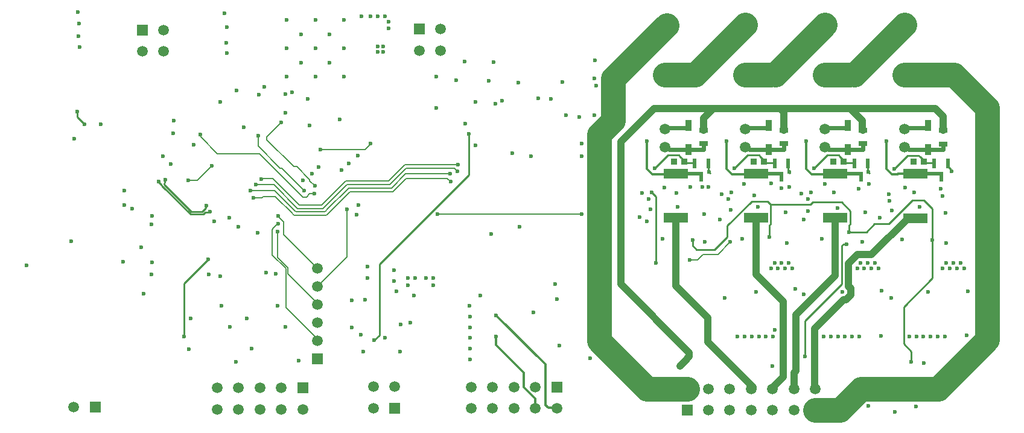
<source format=gbl>
G04*
G04 #@! TF.GenerationSoftware,Altium Limited,Altium Designer,22.0.2 (36)*
G04*
G04 Layer_Physical_Order=4*
G04 Layer_Color=16711680*
%FSLAX25Y25*%
%MOIN*%
G70*
G04*
G04 #@! TF.SameCoordinates,341058C5-BC88-46A7-A5D1-CF329328C8C1*
G04*
G04*
G04 #@! TF.FilePolarity,Positive*
G04*
G01*
G75*
%ADD11C,0.00787*%
%ADD13C,0.02362*%
%ADD16C,0.01000*%
%ADD22R,0.03740X0.03740*%
%ADD62R,0.02362X0.05512*%
%ADD64R,0.03347X0.06299*%
%ADD111C,0.01181*%
%ADD112C,0.03937*%
%ADD113C,0.00800*%
%ADD114C,0.00887*%
%ADD118C,0.05906*%
%ADD119C,0.07087*%
%ADD120R,0.05906X0.05906*%
%ADD121R,0.05906X0.05906*%
%ADD122C,0.02362*%
%ADD131R,0.05118X0.02756*%
%ADD132R,0.13780X0.05709*%
%ADD133C,0.13780*%
%ADD134C,0.01968*%
D11*
X99902Y165157D02*
X100095Y164963D01*
Y163586D02*
Y164963D01*
Y163586D02*
X109252Y154429D01*
X132382D01*
X156398Y130413D01*
X158366D01*
X160250Y132298D01*
X162809D01*
X131791Y158563D02*
X143895Y146460D01*
X144780D02*
X157185Y134055D01*
X143895Y146460D02*
X144780D01*
X131791Y158563D02*
Y164370D01*
X136614Y163779D02*
X144390Y171555D01*
X136614Y162008D02*
Y163779D01*
Y162008D02*
X151378Y147244D01*
X153093D01*
X160303Y140034D01*
Y139500D02*
Y140034D01*
Y139500D02*
X163091Y136713D01*
X98327Y139665D02*
X106201Y147539D01*
X93307Y139665D02*
X98327D01*
D13*
X510236Y156595D02*
Y159744D01*
X465945Y156693D02*
Y159843D01*
X422047Y156688D02*
Y159838D01*
X377854Y156693D02*
Y159843D01*
X501476Y168611D02*
X501968Y169103D01*
Y156595D02*
X501968Y156595D01*
X489935Y157933D02*
X491274Y156595D01*
X488976Y157933D02*
X489935D01*
X491274Y156595D02*
X501968D01*
Y169103D02*
Y169980D01*
X489654Y168611D02*
X501476D01*
X488976Y167933D02*
X489654Y168611D01*
X501968Y156595D02*
X510236D01*
X457185Y168710D02*
X457677Y169202D01*
Y156693D02*
X457677Y156693D01*
X445644Y158031D02*
X446982Y156693D01*
X444685Y158031D02*
X445644D01*
X446982Y156693D02*
X457677D01*
Y169202D02*
Y170079D01*
X445363Y168710D02*
X457185D01*
X444685Y168032D02*
X445363Y168710D01*
X457677Y156693D02*
X465945D01*
X413287Y168705D02*
X413779Y169197D01*
Y156688D02*
X413780Y156688D01*
X401746Y158027D02*
X403085Y156688D01*
X400787Y158027D02*
X401746D01*
X403085Y156688D02*
X413779D01*
Y169197D02*
Y170074D01*
X401465Y168705D02*
X413287D01*
X400787Y168027D02*
X401465Y168705D01*
X413780Y156688D02*
X422047D01*
X369587Y156693D02*
X369587Y156693D01*
X369094Y168710D02*
X369587Y169202D01*
Y170079D01*
X357273Y168710D02*
X369094D01*
X356594Y168032D02*
X357273Y168710D01*
X357553Y158031D02*
X358892Y156693D01*
X356594Y158031D02*
X357553D01*
X358892Y156693D02*
X369587D01*
X369587Y156693D02*
X377854D01*
D16*
X512795Y147441D02*
X514503Y145733D01*
X512795Y147441D02*
Y149311D01*
X514503Y144946D02*
Y145733D01*
Y144946D02*
X514764Y144685D01*
X90847Y82776D02*
X104232Y96161D01*
X90847Y53347D02*
Y82776D01*
X351378Y93996D02*
X351583Y94201D01*
X349213Y133169D02*
X351583Y130799D01*
Y94201D02*
Y130799D01*
X468504Y144783D02*
X469488Y143799D01*
X424606Y144779D02*
X425591Y143795D01*
X380413Y144783D02*
X381398Y143799D01*
X414173Y108268D02*
Y114809D01*
X493110Y128642D02*
X499606D01*
X472347Y115551D02*
X480020D01*
X493110Y128642D01*
X413091Y128150D02*
X414961Y126279D01*
X404385Y128150D02*
X413091D01*
X390869Y114634D02*
X404385Y128150D01*
X436799Y126272D02*
X438086Y127559D01*
X454035D02*
X458768Y122827D01*
X438086Y127559D02*
X454035D01*
X467721Y110925D02*
X472347Y115551D01*
X426873Y126279D02*
X426881Y126272D01*
X414961Y126279D02*
X426873D01*
X426881Y126272D02*
X436799D01*
X371752Y103642D02*
X374016Y101378D01*
X383858D02*
X390869Y108389D01*
X374016Y101378D02*
X383858D01*
X371752Y103642D02*
Y106693D01*
X380413Y144783D02*
Y149409D01*
X424606Y144779D02*
Y149405D01*
X468504Y144783D02*
Y149409D01*
X198819Y93504D02*
X248031Y142717D01*
Y165354D01*
X198819Y54134D02*
Y93504D01*
X195866Y51181D02*
X198819Y54134D01*
X488370Y69830D02*
X504134Y85594D01*
X488370Y49198D02*
Y69830D01*
X390869Y108389D02*
Y114634D01*
X455118Y104429D02*
X456693D01*
X454331Y103642D02*
X455118Y104429D01*
X454331Y82284D02*
Y103642D01*
X433957Y61909D02*
X454331Y82284D01*
X433957Y42224D02*
Y61909D01*
X499606Y128642D02*
X504134Y124114D01*
Y106595D02*
Y124114D01*
X458071Y110925D02*
X467721D01*
X504134Y85594D02*
Y106595D01*
X488370Y49198D02*
X492520Y45048D01*
Y39370D02*
Y45048D01*
X458768Y115510D02*
Y122827D01*
X458071Y110925D02*
Y114813D01*
X458768Y115510D01*
X414961Y115596D02*
Y126279D01*
X414173Y114809D02*
X414961Y115596D01*
X497361Y152639D02*
X499803Y150197D01*
Y149902D02*
Y150197D01*
X496654Y153445D02*
X497361Y152738D01*
Y152639D02*
Y152738D01*
X500394Y149311D02*
X505315D01*
X499803Y149902D02*
X500394Y149311D01*
X483169Y146161D02*
X490453Y153445D01*
X496654D01*
X453069Y152738D02*
X455512Y150295D01*
Y150000D02*
Y150295D01*
X452362Y153543D02*
X453069Y152836D01*
Y152738D02*
Y152836D01*
X456102Y149409D02*
X461024D01*
X455512Y150000D02*
X456102Y149409D01*
X438878Y146260D02*
X446161Y153543D01*
X452362D01*
X409172Y152733D02*
X411614Y150291D01*
Y149996D02*
Y150291D01*
X408465Y153539D02*
X409172Y152832D01*
Y152733D02*
Y152832D01*
X412205Y149405D02*
X417126D01*
X411614Y149996D02*
X412205Y149405D01*
X394980Y146255D02*
X402264Y153539D01*
X408465D01*
X367421Y150000D02*
X368012Y149409D01*
X372933D01*
X364979Y152738D02*
X367421Y150295D01*
X364272Y153543D02*
X364979Y152836D01*
X367421Y150000D02*
Y150295D01*
X364979Y152738D02*
Y152836D01*
X350787Y146260D02*
X358071Y153543D01*
X364272D01*
D22*
X449508Y150000D02*
D03*
X455217D02*
D03*
X361417Y150000D02*
D03*
X367126D02*
D03*
X493799Y149902D02*
D03*
X499508D02*
D03*
X405610Y149996D02*
D03*
X411319D02*
D03*
D62*
X372933Y149016D02*
D03*
X380413D02*
D03*
X376673Y141535D02*
D03*
X417126Y149016D02*
D03*
X424606D02*
D03*
X420866Y141535D02*
D03*
X505315Y149016D02*
D03*
X512795D02*
D03*
X509055Y141535D02*
D03*
X461024Y149016D02*
D03*
X468504D02*
D03*
X464764Y141535D02*
D03*
D64*
X413779Y156688D02*
D03*
Y170074D02*
D03*
X501968Y156595D02*
D03*
Y169980D02*
D03*
X369587Y156693D02*
D03*
Y170079D02*
D03*
X457677Y156693D02*
D03*
Y170079D02*
D03*
D111*
X346457Y146136D02*
Y161417D01*
Y146136D02*
X349483Y143110D01*
X362303D01*
X362500Y143307D01*
X390650Y146132D02*
Y161413D01*
Y146132D02*
X393676Y143106D01*
X406496D02*
X406693Y143303D01*
X393676Y143106D02*
X406496D01*
X434547Y146136D02*
Y161417D01*
Y146136D02*
X437573Y143110D01*
X450394D01*
X450591Y143307D01*
X481865Y143012D02*
X485125D01*
X478839Y146038D02*
X481865Y143012D01*
X485322Y143209D02*
X494882D01*
X485125Y143012D02*
X485322Y143209D01*
X478839Y146038D02*
Y161319D01*
X296454Y13878D02*
X296752Y13580D01*
X292028Y13878D02*
X296454D01*
X290453Y15453D02*
X292028Y13878D01*
X290453Y15453D02*
Y37979D01*
X263277Y65155D02*
X290453Y37979D01*
X278642Y25287D02*
X284941Y18988D01*
Y13580D02*
Y18988D01*
X278642Y25287D02*
Y33462D01*
X263277Y48826D02*
Y53344D01*
Y48826D02*
X278642Y33462D01*
D112*
X377894Y167362D02*
Y173937D01*
X377854Y167323D02*
X377894Y167362D01*
X420070Y179331D02*
X458858D01*
X383287D02*
X420070D01*
X422047Y177353D01*
Y167318D02*
Y177353D01*
X465354Y167913D02*
Y172835D01*
X458858Y179331D02*
X465354Y172835D01*
Y167913D02*
X465945Y167323D01*
X458858Y179331D02*
X505905D01*
X510236Y167224D02*
Y175000D01*
X332283Y161024D02*
X350590Y179331D01*
X332283Y82185D02*
Y161024D01*
Y82185D02*
X369980Y44488D01*
Y42224D02*
Y44488D01*
X364871Y37115D02*
X367431Y39675D01*
X367431D02*
X369980Y42224D01*
X367431Y39675D02*
X367431D01*
X350590Y179331D02*
X383287D01*
X377894Y173937D02*
X383287Y179331D01*
X505905D02*
X510236Y175000D01*
X406693Y87795D02*
X421850Y72638D01*
X439075Y57677D02*
X455020Y73622D01*
X456403D01*
X459055Y76274D01*
Y80025D01*
X428839Y34449D02*
Y65354D01*
X427756Y33366D02*
X428839Y34449D01*
X427756Y24409D02*
Y33366D01*
X428839Y65354D02*
X450591Y87106D01*
X439075Y26294D02*
X439190Y26178D01*
Y24786D02*
Y26178D01*
X439075Y26294D02*
Y57677D01*
X439190Y24786D02*
X439567Y24409D01*
X470563Y98516D02*
X490846Y118799D01*
X462782Y98516D02*
X470563D01*
X457972Y81108D02*
X459055Y80025D01*
X457972Y81108D02*
Y93706D01*
X462782Y98516D01*
X490846Y118799D02*
X494882D01*
X415945Y24942D02*
X421850Y30848D01*
Y72638D01*
X415945Y24409D02*
Y24942D01*
X380118Y50197D02*
X405020Y25295D01*
X450591Y87106D02*
Y118898D01*
X406693Y87795D02*
Y118893D01*
X362500Y81305D02*
Y118898D01*
Y81305D02*
X380118Y63686D01*
Y50197D02*
Y63686D01*
D113*
X190847Y156791D02*
X193799Y159744D01*
X166339Y156791D02*
X190847D01*
X180807Y97461D02*
Y123631D01*
X163802Y80456D02*
X180807Y97461D01*
X147047Y69488D02*
Y90847D01*
Y69488D02*
X163971Y52564D01*
X142618Y96964D02*
Y111221D01*
Y96964D02*
X148241Y91341D01*
Y87980D02*
X164086Y72134D01*
X148241Y87980D02*
Y91341D01*
X143012Y119656D02*
Y120079D01*
X143626Y118925D02*
Y119042D01*
Y118925D02*
X145774Y116777D01*
Y109620D02*
Y116777D01*
X143012Y119656D02*
X143626Y119042D01*
X145774Y109620D02*
X164392Y91002D01*
X133804Y130118D02*
X134493Y130807D01*
X129134Y130118D02*
X133804D01*
X134493Y130807D02*
X141300D01*
X150738Y121369D01*
X133465Y140354D02*
X133760Y140650D01*
X139862D01*
X130512Y137303D02*
X140407D01*
X153540Y124170D01*
X139862Y140650D02*
X154360Y126151D01*
X140853Y134055D02*
X151559Y123350D01*
X127629Y134055D02*
X140853D01*
X212855Y148425D02*
X242126D01*
X213497Y146266D02*
X240100D01*
X213583Y140748D02*
X236319D01*
X240100Y146266D02*
X241734Y144632D01*
X241975D01*
X236319Y140748D02*
X238189Y138878D01*
X385827Y98721D02*
X392618Y105512D01*
X377559Y98721D02*
X385827D01*
X374410Y95571D02*
X377559Y98721D01*
X370177Y95571D02*
X374410D01*
X150738Y121369D02*
X150738D01*
X151318Y120788D01*
X151318D01*
X151899Y120208D01*
X169322D01*
X169903Y120788D01*
X169903D01*
X170483Y121369D01*
X170483D01*
X171063Y121949D01*
X171063D01*
X151559Y123350D02*
X151559D01*
X152139Y122769D01*
X152139D01*
X152719Y122189D01*
X168502D01*
X169082Y122769D01*
X169082D01*
X169662Y123350D01*
X169662D01*
X153540Y124170D02*
X167681D01*
X168261Y124750D01*
X168261D01*
X154360Y126151D02*
X166860D01*
X180079Y139370D01*
X203800D01*
X168261Y124750D02*
X180900Y137389D01*
X204620D01*
X169662Y123350D02*
X181720Y135408D01*
X205441D01*
X171063Y121949D02*
X182541Y133427D01*
X206261D01*
X203800Y139370D02*
X212855Y148425D01*
X204620Y137389D02*
X213497Y146266D01*
X205441Y135408D02*
X213340Y143307D01*
X237894D01*
X206261Y133427D02*
X213583Y140748D01*
X310285Y121014D02*
X310433Y121161D01*
X230709Y120866D02*
X230856Y121014D01*
X310285D01*
X139659Y98235D02*
X147047Y90847D01*
X139659Y98235D02*
Y112446D01*
X139837Y112624D01*
Y112967D01*
X142421Y115551D01*
X142815D01*
D114*
X94987Y122247D02*
X100777D01*
X102081Y123552D01*
X102081D02*
X102867Y124338D01*
Y125308D02*
X103150Y125591D01*
X104941Y122165D02*
X105118Y122343D01*
X94413Y120861D02*
X101351D01*
X78584Y136689D02*
X94413Y120861D01*
X102081Y123552D02*
X102081D01*
X102656Y122165D02*
X104941D01*
X102867Y124338D02*
Y125308D01*
X101351Y120861D02*
X102656Y122165D01*
X80328Y139678D02*
X80610Y139961D01*
X80328Y138355D02*
Y139678D01*
X79971Y137998D02*
X80328Y138355D01*
X79971Y137263D02*
X94987Y122247D01*
X79971Y137263D02*
Y137998D01*
X76968Y138755D02*
Y139075D01*
Y138755D02*
X78584Y137140D01*
Y136689D02*
Y137140D01*
X31945Y174649D02*
X35925Y170669D01*
X31945Y174649D02*
Y177405D01*
X31791Y177559D02*
X31945Y177405D01*
D118*
X444685Y168032D02*
D03*
Y158031D02*
D03*
X232677Y211417D02*
D03*
X220866D02*
D03*
X232677Y223228D02*
D03*
X404134Y12598D02*
D03*
Y24409D02*
D03*
X439567D02*
D03*
Y12598D02*
D03*
X427756Y24409D02*
D03*
Y12598D02*
D03*
X415945Y24409D02*
D03*
Y12598D02*
D03*
X392323Y24409D02*
D03*
Y12598D02*
D03*
X380512Y24409D02*
D03*
Y12598D02*
D03*
X368701Y24409D02*
D03*
X164370Y51024D02*
D03*
Y61024D02*
D03*
Y71024D02*
D03*
Y81024D02*
D03*
Y91024D02*
D03*
X79527Y211024D02*
D03*
X67716D02*
D03*
X79527Y222835D02*
D03*
X29921Y14173D02*
D03*
X195473Y13780D02*
D03*
X207283Y25591D02*
D03*
X195473D02*
D03*
X296752Y13580D02*
D03*
X284941Y25391D02*
D03*
Y13580D02*
D03*
X273130Y25391D02*
D03*
Y13580D02*
D03*
X261319Y25391D02*
D03*
Y13580D02*
D03*
X249508Y25391D02*
D03*
Y13580D02*
D03*
X400787Y168027D02*
D03*
Y158027D02*
D03*
X488976Y167933D02*
D03*
Y157933D02*
D03*
X356594Y168032D02*
D03*
Y158031D02*
D03*
X109153Y13088D02*
D03*
Y24899D02*
D03*
X120965Y13088D02*
D03*
Y24899D02*
D03*
X132776Y13088D02*
D03*
Y24899D02*
D03*
X144587Y13088D02*
D03*
Y24899D02*
D03*
X156398Y13088D02*
D03*
D119*
X444685Y198031D02*
D03*
Y228031D02*
D03*
X400787Y228027D02*
D03*
X356594Y198031D02*
D03*
X400787Y198027D02*
D03*
X488976Y197933D02*
D03*
Y227933D02*
D03*
X356594Y228031D02*
D03*
D120*
X220866Y223228D02*
D03*
X164370Y41024D02*
D03*
X67716Y222835D02*
D03*
X41732Y14173D02*
D03*
X207283Y13780D02*
D03*
D121*
X368701Y12598D02*
D03*
X296752Y25391D02*
D03*
X156398Y24899D02*
D03*
D122*
X415846Y37008D02*
D03*
X188681Y54429D02*
D03*
X28445Y105905D02*
D03*
X3839Y92815D02*
D03*
X105118Y122343D02*
D03*
X103150Y125591D02*
D03*
X80610Y139961D02*
D03*
X76968Y139075D02*
D03*
X44980Y170669D02*
D03*
X35925D02*
D03*
X30118Y162697D02*
D03*
X31791Y177559D02*
D03*
X433071Y118110D02*
D03*
X463583Y134843D02*
D03*
X444882Y137795D02*
D03*
X449803Y132874D02*
D03*
X451968Y124409D02*
D03*
X497047Y125000D02*
D03*
X514764Y144685D02*
D03*
X508858Y134843D02*
D03*
X509842Y130905D02*
D03*
X489173Y135827D02*
D03*
X494095Y132874D02*
D03*
X480315Y131890D02*
D03*
X426862Y91035D02*
D03*
X474500D02*
D03*
X472532Y93988D02*
D03*
X464657D02*
D03*
X386910Y118012D02*
D03*
X420866Y135335D02*
D03*
X120820Y114124D02*
D03*
X131375Y110775D02*
D03*
X136319Y88583D02*
D03*
X141535Y88090D02*
D03*
X150591Y188189D02*
D03*
X146752Y187303D02*
D03*
X135039Y191437D02*
D03*
X132185Y187106D02*
D03*
X119685Y189370D02*
D03*
X83563Y148819D02*
D03*
X79232Y153051D02*
D03*
X85138Y172539D02*
D03*
X115945Y118996D02*
D03*
X159252Y184744D02*
D03*
X96063Y159252D02*
D03*
X123721Y168996D02*
D03*
X193996Y159941D02*
D03*
X166339Y156791D02*
D03*
X104232Y96161D02*
D03*
X62205Y124016D02*
D03*
X57776Y125984D02*
D03*
X146949Y176969D02*
D03*
X318504Y192028D02*
D03*
X301771Y175664D02*
D03*
X293602Y184557D02*
D03*
X286614Y185039D02*
D03*
X309252Y174803D02*
D03*
X317519Y196063D02*
D03*
X299803Y193898D02*
D03*
X317815Y205906D02*
D03*
X317421Y175591D02*
D03*
X310630Y160039D02*
D03*
X262795Y182086D02*
D03*
X266535Y183563D02*
D03*
X275590Y193701D02*
D03*
X259153Y194685D02*
D03*
X261811Y205118D02*
D03*
X251969Y159153D02*
D03*
X245866Y205413D02*
D03*
X251870Y183071D02*
D03*
X248031Y165354D02*
D03*
X246063Y171161D02*
D03*
X241142Y194882D02*
D03*
X230315Y196850D02*
D03*
X230315Y179626D02*
D03*
X282382Y153150D02*
D03*
X310630D02*
D03*
X272145Y154606D02*
D03*
X171260Y220472D02*
D03*
X179134Y212598D02*
D03*
X171260Y204724D02*
D03*
X163386Y212598D02*
D03*
X155512Y204724D02*
D03*
X163386Y196850D02*
D03*
X155512Y220472D02*
D03*
X147638Y228346D02*
D03*
Y196850D02*
D03*
X179134D02*
D03*
X147638Y212598D02*
D03*
X163386Y228346D02*
D03*
X179134D02*
D03*
X200787Y210630D02*
D03*
Y213583D02*
D03*
X197835D02*
D03*
Y210630D02*
D03*
X188976Y230433D02*
D03*
X193898D02*
D03*
X197835D02*
D03*
X201772D02*
D03*
X203740Y227480D02*
D03*
X203740Y223543D02*
D03*
X315256Y41437D02*
D03*
X129134Y130118D02*
D03*
X133465Y140354D02*
D03*
X130512Y137303D02*
D03*
X127629Y134055D02*
D03*
X242126Y148425D02*
D03*
X351378Y93996D02*
D03*
X349213Y133169D02*
D03*
X241975Y144632D02*
D03*
X437303Y133169D02*
D03*
X237894Y143307D02*
D03*
X393110Y132870D02*
D03*
X238189Y138878D02*
D03*
X392618Y105512D02*
D03*
X370177Y95571D02*
D03*
X180807Y123631D02*
D03*
X348524Y123819D02*
D03*
X310433Y121161D02*
D03*
X369980Y42224D02*
D03*
X367431Y39675D02*
D03*
X364871Y37115D02*
D03*
X414173Y108268D02*
D03*
X361417Y150000D02*
D03*
X405610Y149996D02*
D03*
X449508Y150000D02*
D03*
X493602Y150000D02*
D03*
X480610Y128248D02*
D03*
X511909Y105118D02*
D03*
X481791Y123130D02*
D03*
X431890Y132333D02*
D03*
X406004Y131398D02*
D03*
X415158Y137894D02*
D03*
X400295Y137795D02*
D03*
X380610Y136122D02*
D03*
X425098Y135925D02*
D03*
X469193Y137598D02*
D03*
X230709Y120866D02*
D03*
X342421Y119193D02*
D03*
X346457Y116929D02*
D03*
X392717Y123228D02*
D03*
X475345Y119144D02*
D03*
X435630Y122638D02*
D03*
X142618Y111221D02*
D03*
X142815Y115551D02*
D03*
X143012Y120079D02*
D03*
X186707Y153450D02*
D03*
X177868Y145361D02*
D03*
X181761Y148849D02*
D03*
X161516Y143405D02*
D03*
X165157Y147047D02*
D03*
X423228Y121846D02*
D03*
X424016Y105118D02*
D03*
X467126Y121850D02*
D03*
X465551Y105512D02*
D03*
X380906Y144291D02*
D03*
X425098Y144287D02*
D03*
X468996Y144291D02*
D03*
X387992Y132087D02*
D03*
X343799Y132579D02*
D03*
X192323Y91929D02*
D03*
Y85827D02*
D03*
X99902Y165157D02*
D03*
X157185Y134055D02*
D03*
X144390Y171555D02*
D03*
X131791Y164370D02*
D03*
X163091Y136713D02*
D03*
X162809Y132298D02*
D03*
X195866Y51181D02*
D03*
X224606Y85630D02*
D03*
X228543D02*
D03*
Y81693D02*
D03*
X214567D02*
D03*
Y85630D02*
D03*
X218504D02*
D03*
X187106Y126083D02*
D03*
X210531Y59941D02*
D03*
X189961Y45079D02*
D03*
X210236D02*
D03*
X215846Y60925D02*
D03*
X217815Y75984D02*
D03*
X206693Y89961D02*
D03*
Y83858D02*
D03*
X183465Y58268D02*
D03*
X183465Y73327D02*
D03*
X190748Y73819D02*
D03*
X208169Y78248D02*
D03*
X201772Y52658D02*
D03*
X104429Y87795D02*
D03*
X107579Y116929D02*
D03*
X110894Y182910D02*
D03*
X176906Y173358D02*
D03*
X160039Y170079D02*
D03*
X156595Y139567D02*
D03*
X106201Y147539D02*
D03*
X84744Y165650D02*
D03*
X90847Y53347D02*
D03*
X93307Y139665D02*
D03*
X110925Y86516D02*
D03*
X142559Y70472D02*
D03*
X111653D02*
D03*
X116063Y58661D02*
D03*
X146968D02*
D03*
X125591Y63287D02*
D03*
X128150Y46752D02*
D03*
X93504Y46358D02*
D03*
X94587Y63287D02*
D03*
X154331Y39961D02*
D03*
X119488Y39272D02*
D03*
X248622Y70374D02*
D03*
X67323Y102559D02*
D03*
X68602Y76870D02*
D03*
X73327Y94193D02*
D03*
X72835Y87598D02*
D03*
X57087Y94784D02*
D03*
X57776Y133957D02*
D03*
X73327Y119980D02*
D03*
X72786Y115354D02*
D03*
X114521Y209842D02*
D03*
X114226Y215748D02*
D03*
X113325Y231988D02*
D03*
X114469Y224410D02*
D03*
X33095Y213480D02*
D03*
X32603Y219386D02*
D03*
X32702Y226472D02*
D03*
X32210Y232575D02*
D03*
X481595Y74508D02*
D03*
X509933Y91035D02*
D03*
X491429Y53240D02*
D03*
X495366D02*
D03*
X499303D02*
D03*
X503240D02*
D03*
X507177D02*
D03*
X511114D02*
D03*
X523327Y53937D02*
D03*
X501772Y78150D02*
D03*
X524016Y78347D02*
D03*
X521744Y91035D02*
D03*
X513870D02*
D03*
X517807D02*
D03*
X519776Y93988D02*
D03*
X511902D02*
D03*
X515839D02*
D03*
X424894D02*
D03*
X389370Y74803D02*
D03*
X396547Y53240D02*
D03*
X400484D02*
D03*
X416232D02*
D03*
X408358D02*
D03*
X404421D02*
D03*
X412295D02*
D03*
X417028Y56890D02*
D03*
X428642Y79528D02*
D03*
X418988Y91035D02*
D03*
X422925D02*
D03*
X415051D02*
D03*
X406890Y78150D02*
D03*
X417020Y93988D02*
D03*
X420957D02*
D03*
X454528Y78150D02*
D03*
X378445Y105610D02*
D03*
X475984Y53740D02*
D03*
X433268Y76772D02*
D03*
X476181Y78740D02*
D03*
X186024Y120571D02*
D03*
X495276Y14567D02*
D03*
X456693Y104429D02*
D03*
X433957Y42224D02*
D03*
X458071Y110925D02*
D03*
X511417Y121752D02*
D03*
X478839Y161319D02*
D03*
X487402Y107087D02*
D03*
X483169Y146161D02*
D03*
X504134Y106595D02*
D03*
X434547Y161417D02*
D03*
X443110Y107185D02*
D03*
X435532Y129331D02*
D03*
X438878Y146260D02*
D03*
X390650Y161413D02*
D03*
X399213Y107181D02*
D03*
X391634Y129326D02*
D03*
X394980Y146255D02*
D03*
X407874Y124996D02*
D03*
X371752Y106693D02*
D03*
X346457Y161417D02*
D03*
X492520Y39370D02*
D03*
X499606Y38583D02*
D03*
X468898Y14961D02*
D03*
X297008Y74162D02*
D03*
X298327Y48226D02*
D03*
X263277Y53344D02*
D03*
Y65155D02*
D03*
X248917Y52556D02*
D03*
Y40745D02*
D03*
X248721Y46651D02*
D03*
X276279Y113973D02*
D03*
X295938Y82504D02*
D03*
X254429Y75886D02*
D03*
X260531Y110037D02*
D03*
X283920Y66729D02*
D03*
X248917Y58462D02*
D03*
Y64367D02*
D03*
X483563Y11713D02*
D03*
X459933Y53240D02*
D03*
X463870D02*
D03*
X444185D02*
D03*
X448122D02*
D03*
X468595Y93988D02*
D03*
X470563Y91035D02*
D03*
X466626D02*
D03*
X462689D02*
D03*
X455996Y53240D02*
D03*
X452059D02*
D03*
X378051Y120866D02*
D03*
X347441Y129331D02*
D03*
X355020Y107185D02*
D03*
X370374Y136122D02*
D03*
X377067D02*
D03*
X356201Y135827D02*
D03*
X350787Y146260D02*
D03*
X362697Y132579D02*
D03*
X363681Y125000D02*
D03*
D131*
X465945Y167323D02*
D03*
Y159843D02*
D03*
X377854Y167323D02*
D03*
Y159843D02*
D03*
X510236Y167224D02*
D03*
Y159744D02*
D03*
X422047Y167318D02*
D03*
Y159838D02*
D03*
D132*
X362500Y143307D02*
D03*
Y118898D02*
D03*
X406693Y118893D02*
D03*
Y143303D02*
D03*
X494882Y118799D02*
D03*
Y143209D02*
D03*
X450591Y118898D02*
D03*
Y143307D02*
D03*
D133*
X461319Y198031D02*
X488878Y225591D01*
X417421Y198027D02*
X444980Y225586D01*
X320177Y50886D02*
X346654Y24409D01*
X320177Y164984D02*
X327953Y172759D01*
Y195945D01*
X357480Y225472D01*
X320177Y50886D02*
Y164984D01*
X373228Y198031D02*
X400787Y225591D01*
X356594Y198031D02*
X373228D01*
X346654Y24409D02*
X368701D01*
X444685Y198031D02*
X458661D01*
X400787Y198027D02*
X414764D01*
X488976Y197933D02*
X516240D01*
X534646Y179528D01*
Y51673D02*
Y179528D01*
X507382Y24409D02*
X534646Y51673D01*
X464984Y24409D02*
X507382D01*
X453173Y12598D02*
X464984Y24409D01*
X439567Y12598D02*
X453173D01*
D134*
X508858Y143209D02*
X509055Y143012D01*
Y141831D02*
Y143012D01*
X494882Y143209D02*
X508858D01*
X464567Y143307D02*
X464764Y143110D01*
Y141929D02*
Y143110D01*
X450591Y143307D02*
X464567D01*
X420669Y143303D02*
X420866Y143106D01*
Y141925D02*
Y143106D01*
X406693Y143303D02*
X420669D01*
X376673Y141929D02*
Y143110D01*
X362500Y143307D02*
X376476D01*
X376673Y143110D01*
M02*

</source>
